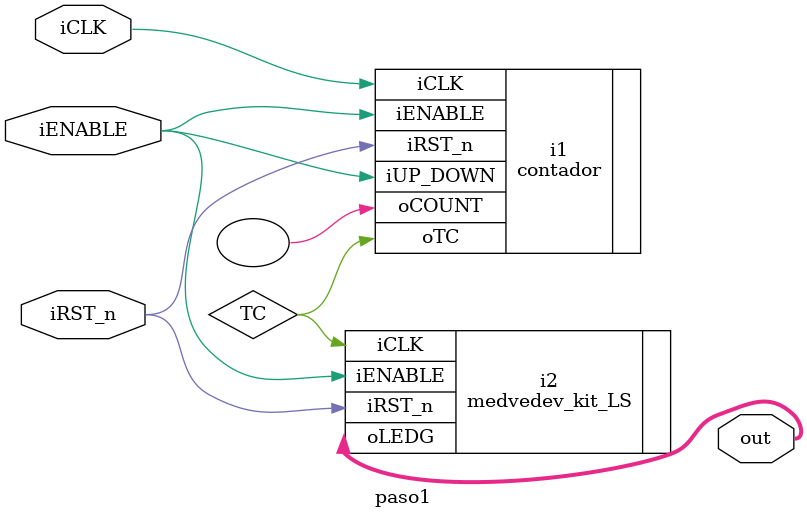
<source format=v>
module paso1(
	input iCLK, iRST_n, iENABLE,
	output [7:0] out
);
	//definicion de parametros
    parameter mod = 5000000; // para tener una frecuencia de 10 Hz, 0.1s
	
   // definicion de variables
	wire TC;
	
	//instanciación de los DUT (Device Under Test)
	contador #(.fin_cuenta(mod)) i1 (.iCLK(iCLK),
												.iRST_n(iRST_n),
												.iENABLE (iENABLE),
												.iUP_DOWN (iENABLE),
												.oCOUNT(),
												.oTC(TC));
    
    medvedev_kit_LS i2(.iCLK(TC), 
                       .iRST_n(iRST_n), 
                       .iENABLE(iENABLE),
                       .oLEDG(out));
endmodule

</source>
